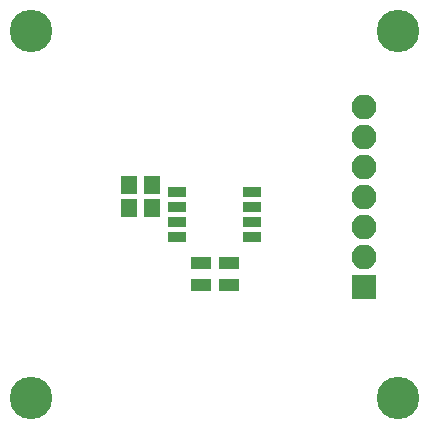
<source format=gts>
G04 #@! TF.FileFunction,Soldermask,Top*
%FSLAX46Y46*%
G04 Gerber Fmt 4.6, Leading zero omitted, Abs format (unit mm)*
G04 Created by KiCad (PCBNEW 4.0.7) date 08/21/18 13:20:54*
%MOMM*%
%LPD*%
G01*
G04 APERTURE LIST*
%ADD10C,0.100000*%
%ADD11R,1.400000X1.650000*%
%ADD12R,1.700000X1.100000*%
%ADD13R,1.543000X0.908000*%
%ADD14C,3.600000*%
%ADD15R,2.100000X2.100000*%
%ADD16O,2.100000X2.100000*%
G04 APERTURE END LIST*
D10*
D11*
X133747000Y-115570000D03*
X135747000Y-115570000D03*
X135747000Y-113665000D03*
X133747000Y-113665000D03*
D12*
X139827000Y-122108000D03*
X139827000Y-120208000D03*
X142240000Y-120208000D03*
X142240000Y-122108000D03*
D13*
X144190000Y-114218000D03*
X144190000Y-115488000D03*
X144190000Y-116758000D03*
X144190000Y-118028000D03*
X137840000Y-118028000D03*
X137840000Y-116758000D03*
X137840000Y-115488000D03*
X137840000Y-114218000D03*
D14*
X125515000Y-100623000D03*
X156515000Y-100623000D03*
X125515000Y-131623000D03*
X156515000Y-131623000D03*
D15*
X153670000Y-122301000D03*
D16*
X153670000Y-119761000D03*
X153670000Y-117221000D03*
X153670000Y-114681000D03*
X153670000Y-112141000D03*
X153670000Y-109601000D03*
X153670000Y-107061000D03*
M02*

</source>
